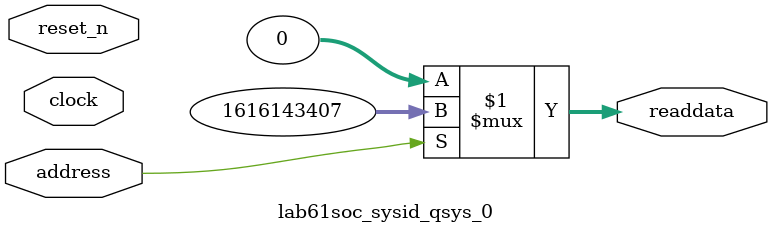
<source format=v>



// synthesis translate_off
`timescale 1ns / 1ps
// synthesis translate_on

// turn off superfluous verilog processor warnings 
// altera message_level Level1 
// altera message_off 10034 10035 10036 10037 10230 10240 10030 

module lab61soc_sysid_qsys_0 (
               // inputs:
                address,
                clock,
                reset_n,

               // outputs:
                readdata
             )
;

  output  [ 31: 0] readdata;
  input            address;
  input            clock;
  input            reset_n;

  wire    [ 31: 0] readdata;
  //control_slave, which is an e_avalon_slave
  assign readdata = address ? 1616143407 : 0;

endmodule



</source>
